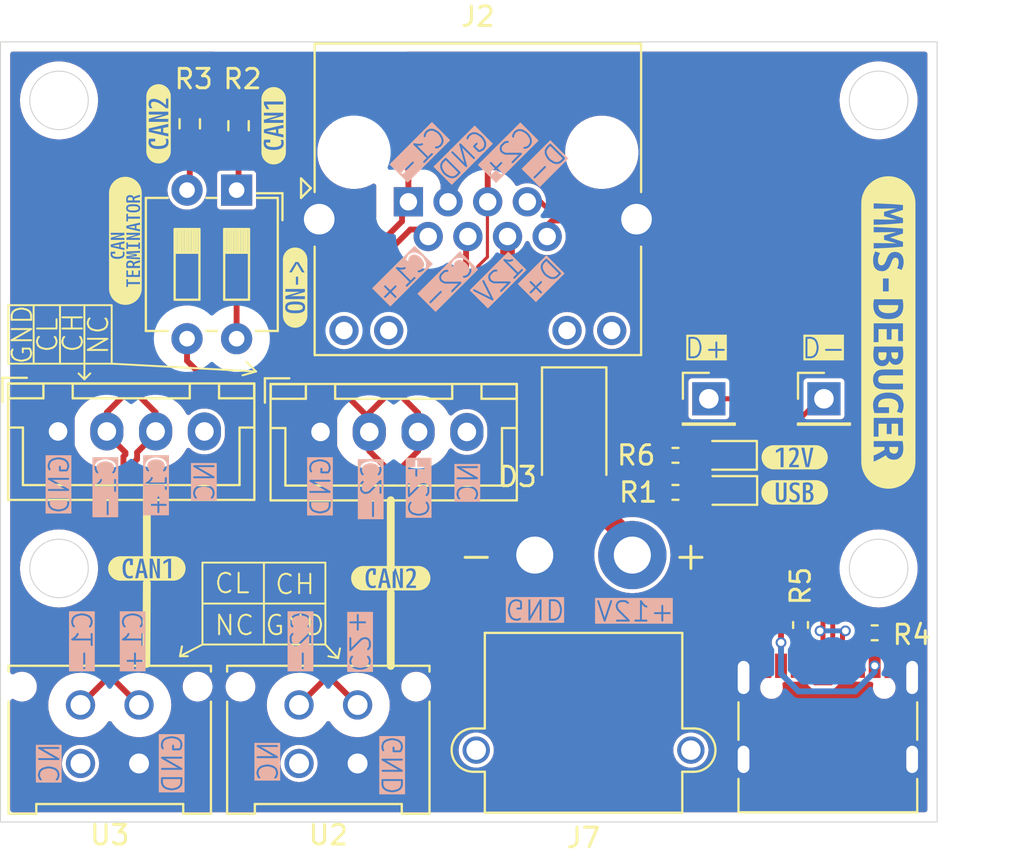
<source format=kicad_pcb>
(kicad_pcb (version 20240108) (generator "pcbnew") (generator_version "8.0")
  (layers (0 "F.Cu" signal) (31 "B.Cu" signal) (34 "B.Paste" user) (35 "F.Paste" user) (36 "B.SilkS" user "B.Silkscreen") (37 "F.SilkS" user "F.Silkscreen") (38 "B.Mask" user) (39 "F.Mask" user) (44 "Edge.Cuts" user))
  (net 0 "")
  (net 1 "GND")
  (net 2 "+12V")
  (net 3 "/CAN/USB_DOWNSTREAM_D+")
  (net 4 "/CAN/USB_DOWNSTREAM_D-")
  (net 9 "Net-(J5-CC2)")
  (net 10 "Net-(J5-CC1)")
  (net 14 "/CAN/CAN2-")
  (net 15 "/CAN/CAN2+")
  (net 16 "/CAN/CAN1-")
  (net 17 "/CAN/CAN1+")
  (net 21 "Net-(D1-A)")
  (net 22 "Net-(D2-A)")
  (net 23 "Net-(J5-VBUS-PadA4)")
  (net 24 "Net-(R2-Pad2)")
  (net 25 "Net-(R3-Pad2)")
  (net 26 "Net-(D3-A)")
  (footprint "kibuzzard-675D9C73" (layer "F.Cu") (at 137.62 66.790001 90)
    (property "Reference" "kibuzzard-675D9C73" (hide yes))
    (property "Value" "G***" (hide yes))
  )
  (footprint "Resistor_SMD:R_0603_1608Metric" (layer "F.Cu") (at 135.82 66.790001 -90)
    (property "Reference" "R2" (at -2.4 -0.2 180) (layer "F.SilkS"))
    (property "Value" "120R")
    (pad "1" smd roundrect (at -0.825 0 270) (size 0.8 0.95) (layers "F.Cu" "F.Paste" "F.Mask") (net 16 "/CAN/CAN1-"))
    (pad "2" smd roundrect (at 0.825 0 270) (size 0.8 0.95) (layers "F.Cu" "F.Paste" "F.Mask") (net 24 "Net-(R2-Pad2)"))
  )
  (footprint "kibuzzard-67840A5C" (layer "F.Cu") (at 164.32 83.790001)
    (property "Reference" "kibuzzard-67840A5C" (hide yes))
    (property "Value" "G***" (hide yes))
  )
  (footprint "Diode_SMD:D_0603_1608Metric" (layer "F.Cu") (at 160.910001 85.490001 180)
    (property "Reference" "D1" (hide yes))
    (property "Value" "LV_PWR")
    (pad "1" smd roundrect (at -0.787501 0 180) (size 0.875 0.95) (layers "F.Cu" "F.Paste" "F.Mask") (net 1 "GND"))
    (pad "2" smd roundrect (at 0.787501 0 180) (size 0.875 0.95) (layers "F.Cu" "F.Paste" "F.Mask") (net 21 "Net-(D1-A)"))
  )
  (footprint "Resistor_SMD:R_0402_1005Metric" (layer "F.Cu") (at 158.210001 85.590001)
    (property "Reference" "R1" (at -1.912499 0 0) (layer "F.SilkS"))
    (property "Value" "220")
    (pad "1" smd roundrect (at -0.51 0) (size 0.54 0.64) (layers "F.Cu" "F.Paste" "F.Mask") (net 23 "Net-(J5-VBUS-PadA4)"))
    (pad "2" smd roundrect (at 0.51 0) (size 0.54 0.64) (layers "F.Cu" "F.Paste" "F.Mask") (net 21 "Net-(D1-A)"))
  )
  (footprint "kibuzzard-67840A66" (layer "F.Cu") (at 164.32 85.590001)
    (property "Reference" "kibuzzard-67840A66" (hide yes))
    (property "Value" "G***" (hide yes))
  )
  (footprint "Diode_SMD:D_SMA" (layer "F.Cu") (at 153.02 82.690001 -90)
    (property "Reference" "D3" (at 2.1 2.9 0) (layer "F.SilkS"))
    (property "Value" "ss34")
    (pad "1" smd roundrect (at -2.000001 0 270) (size 2.5 1.8) (layers "F.Cu" "F.Paste" "F.Mask") (roundrect_rratio 0.1388888889) (net 2 "+12V"))
    (pad "2" smd roundrect (at 2.000001 0 270) (size 2.5 1.8) (layers "F.Cu" "F.Paste" "F.Mask") (roundrect_rratio 0.1388888889) (net 26 "Net-(D3-A)"))
  )
  (footprint "kibuzzard-67840BAA" (layer "F.Cu") (at 169.12 77.390001 -90)
    (property "Reference" "kibuzzard-67840BAA" (hide yes))
    (property "Value" "G***" (hide yes))
  )
  (footprint "Connector_Molex:Molex_Micro-Fit_3.0_43045-0412_2x02_P3.00mm_Vertical" (layer "F.Cu") (at 141.92 99.490001 180)
    (property "Reference" "U2" (at 1.5 -3.67 0) (layer "F.SilkS"))
    (property "Value" "CAN")
    (pad "" np_thru_hole circle (at -3 3.94 180) (size 1.02 1.02) (drill 1.02) (layers "*.Cu" "*.Mask"))
    (pad "" np_thru_hole circle (at 6 3.94 180) (size 1.02 1.02) (drill 1.02) (layers "*.Cu" "*.Mask"))
    (pad "1" thru_hole roundrect (at 0 0 180) (size 1.5 1.5) (drill 1.02) (layers "*.Cu" "*.Mask") (roundrect_rratio 0.166667) (net 1 "GND"))
    (pad "2" thru_hole circle (at 3 0 180) (size 1.5 1.5) (drill 1.02) (layers "*.Cu" "*.Mask"))
    (pad "3" thru_hole circle (at 0 3 180) (size 1.5 1.5) (drill 1.02) (layers "*.Cu" "*.Mask") (net 15 "/CAN/CAN2+"))
    (pad "4" thru_hole circle (at 3 3 180) (size 1.5 1.5) (drill 1.02) (layers "*.Cu" "*.Mask") (net 14 "/CAN/CAN2-"))
  )
  (footprint "kibuzzard-675D9CCD" (layer "F.Cu") (at 138.72 75.090001 90)
    (property "Reference" "kibuzzard-675D9CCD" (hide yes))
    (property "Value" "G***" (hide yes))
  )
  (footprint "Resistor_SMD:R_0402_1005Metric" (layer "F.Cu") (at 164.62 92.390001 -90)
    (property "Reference" "R5" (at -2.000001 0 90) (layer "F.SilkS"))
    (property "Value" "4k7")
    (pad "1" smd roundrect (at -0.509999 0 270) (size 0.54 0.64) (layers "F.Cu" "F.Paste" "F.Mask") (net 1 "GND"))
    (pad "2" smd roundrect (at 0.509999 0 270) (size 0.54 0.64) (layers "F.Cu" "F.Paste" "F.Mask") (net 10 "Net-(J5-CC1)"))
  )
  (footprint "Resistor_SMD:R_0603_1608Metric" (layer "F.Cu") (at 133.32 66.690001 -90)
    (property "Reference" "R3" (at -2.3 -0.2 180) (layer "F.SilkS"))
    (property "Value" "120R")
    (pad "1" smd roundrect (at -0.825 0 270) (size 0.8 0.95) (layers "F.Cu" "F.Paste" "F.Mask") (net 15 "/CAN/CAN2+"))
    (pad "2" smd roundrect (at 0.825 0 270) (size 0.8 0.95) (layers "F.Cu" "F.Paste" "F.Mask") (net 25 "Net-(R3-Pad2)"))
  )
  (footprint "kibuzzard-675D9C7D" (layer "F.Cu") (at 131.72 66.690001 90)
    (property "Reference" "kibuzzard-675D9C7D" (hide yes))
    (property "Value" "G***" (hide yes))
  )
  (footprint "Connector_USB:USB_C_Receptacle_G-Switch_GT-USB-7010ASV" (layer "F.Cu") (at 166.02 98.205001)
    (property "Reference" "J5" (hide yes))
    (property "Value" "USB_C_Receptacle_USB2.0")
    (pad "" np_thru_hole circle (at -2.89 -2.605) (size 0.65 0.65) (drill 0.65) (layers "*.Cu" "*.Mask"))
    (pad "" np_thru_hole circle (at 2.89 -2.605) (size 0.65 0.65) (drill 0.65) (layers "*.Cu" "*.Mask"))
    (pad "A1" smd rect (at -3.2 -3.725) (size 0.6 1.24) (layers "F.Cu" "F.Paste" "F.Mask") (net 1 "GND"))
    (pad "A4" smd rect (at -2.4 -3.725) (size 0.6 1.24) (layers "F.Cu" "F.Paste" "F.Mask") (net 23 "Net-(J5-VBUS-PadA4)"))
    (pad "A5" smd rect (at -1.25 -3.725) (size 0.3 1.24) (layers "F.Cu" "F.Paste" "F.Mask") (net 10 "Net-(J5-CC1)"))
    (pad "A6" smd rect (at -0.25 -3.725) (size 0.3 1.24) (layers "F.Cu" "F.Paste" "F.Mask") (net 3 "/CAN/USB_DOWNSTREAM_D+"))
    (pad "A7" smd rect (at 0.25 -3.725) (size 0.3 1.24) (layers "F.Cu" "F.Paste" "F.Mask") (net 4 "/CAN/USB_DOWNSTREAM_D-"))
    (pad "A8" smd rect (at 1.25 -3.725) (size 0.3 1.24) (layers "F.Cu" "F.Paste" "F.Mask"))
    (pad "A9" smd rect (at 2.4 -3.725) (size 0.6 1.24) (layers "F.Cu" "F.Paste" "F.Mask") (net 23 "Net-(J5-VBUS-PadA4)"))
    (pad "A12" smd rect (at 3.2 -3.725) (size 0.6 1.24) (layers "F.Cu" "F.Paste" "F.Mask") (net 1 "GND"))
    (pad "B1" smd rect (at 3.2 -3.725) (size 0.6 1.24) (layers "F.Cu" "F.Paste" "F.Mask") (net 1 "GND"))
    (pad "B4" smd rect (at 2.4 -3.725) (size 0.6 1.24) (layers "F.Cu" "F.Paste" "F.Mask") (net 23 "Net-(J5-VBUS-PadA4)"))
    (pad "B5" smd rect (at 1.75 -3.725) (size 0.3 1.24) (layers "F.Cu" "F.Paste" "F.Mask") (net 9 "Net-(J5-CC2)"))
    (pad "B6" smd rect (at 0.75 -3.725) (size 0.3 1.24) (layers "F.Cu" "F.Paste" "F.Mask") (net 3 "/CAN/USB_DOWNSTREAM_D+"))
    (pad "B7" smd rect (at -0.75 -3.725) (size 0.3 1.24) (layers "F.Cu" "F.Paste" "F.Mask") (net 4 "/CAN/USB_DOWNSTREAM_D-"))
    (pad "B8" smd rect (at -1.75 -3.725) (size 0.3 1.24) (layers "F.Cu" "F.Paste" "F.Mask"))
    (pad "B9" smd rect (at -2.4 -3.725) (size 0.6 1.24) (layers "F.Cu" "F.Paste" "F.Mask") (net 23 "Net-(J5-VBUS-PadA4)"))
    (pad "B12" smd rect (at -3.2 -3.725) (size 0.6 1.24) (layers "F.Cu" "F.Paste" "F.Mask") (net 1 "GND"))
    (pad "S1" thru_hole oval (at -4.32 -3.125) (size 1 2.1) (drill oval 0.6 1.7) (layers "*.Cu" "*.Mask") (net 1 "GND"))
    (pad "S1" thru_hole oval (at -4.32 1.075) (size 1 1.8) (drill oval 0.6 1.4) (layers "*.Cu" "*.Mask") (net 1 "GND"))
    (pad "S1" thru_hole oval (at 4.32 -3.125) (size 1 2.1) (drill oval 0.6 1.7) (layers "*.Cu" "*.Mask") (net 1 "GND"))
    (pad "S1" thru_hole oval (at 4.32 1.075) (size 1 1.8) (drill oval 0.6 1.4) (layers "*.Cu" "*.Mask") (net 1 "GND"))
  )
  (footprint "Diode_SMD:D_0603_1608Metric" (layer "F.Cu") (at 160.897502 83.690001 180)
    (property "Reference" "D2" (hide yes))
    (property "Value" "LV_PWR")
    (pad "1" smd roundrect (at -0.787501 0 180) (size 0.875 0.95) (layers "F.Cu" "F.Paste" "F.Mask") (net 1 "GND"))
    (pad "2" smd roundrect (at 0.787501 0 180) (size 0.875 0.95) (layers "F.Cu" "F.Paste" "F.Mask") (net 22 "Net-(D2-A)"))
  )
  (footprint "kibuzzard-675D9C7D" (layer "F.Cu") (at 143.62 89.990001)
    (property "Reference" "kibuzzard-675D9C7D" (hide yes))
    (property "Value" "G***" (hide yes))
  )
  (footprint "Resistor_SMD:R_0402_1005Metric" (layer "F.Cu") (at 168.42 92.790001 180)
    (property "Reference" "R4" (at -1.9 -0.1 0) (layer "F.SilkS"))
    (property "Value" "4k7")
    (pad "1" smd roundrect (at -0.509999 0 180) (size 0.54 0.64) (layers "F.Cu" "F.Paste" "F.Mask") (net 1 "GND"))
    (pad "2" smd roundrect (at 0.509999 0 180) (size 0.54 0.64) (layers "F.Cu" "F.Paste" "F.Mask") (net 9 "Net-(J5-CC2)"))
  )
  (footprint "Connector_JST:JST_XH_B4B-XH-A_1x04_P2.50mm_Vertical" (layer "F.Cu") (at 140.02 82.490001)
    (property "Reference" "J3" (hide yes))
    (property "Value" "Conn_01x04")
    (pad "1" thru_hole roundrect (at 0 0) (size 1.7 1.95) (drill 0.95) (layers "*.Cu" "*.Mask") (roundrect_rratio 0.147059) (net 1 "GND"))
    (pad "2" thru_hole oval (at 2.5 0) (size 1.7 1.95) (drill 0.95) (layers "*.Cu" "*.Mask") (net 14 "/CAN/CAN2-"))
    (pad "3" thru_hole oval (at 5 0) (size 1.7 1.95) (drill 0.95) (layers "*.Cu" "*.Mask") (net 15 "/CAN/CAN2+"))
    (pad "4" thru_hole oval (at 7.5 0) (size 1.7 1.95) (drill 0.95) (layers "*.Cu" "*.Mask"))
  )
  (footprint "Connector_PinHeader_2.54mm:PinHeader_1x01_P2.54mm_Vertical" (layer "F.Cu") (at 165.82 80.790001)
    (property "Reference" "J4" (hide yes))
    (property "Value" "Conn_01x01_Pin")
    (pad "1" thru_hole rect (at 0 0) (size 1.7 1.7) (drill 1) (layers "*.Cu" "*.Mask") (net 4 "/CAN/USB_DOWNSTREAM_D-"))
  )
  (footprint "Connector_Molex:Molex_Micro-Fit_3.0_43045-0412_2x02_P3.00mm_Vertical" (layer "F.Cu") (at 130.72 99.490001 180)
    (property "Reference" "U3" (at 1.5 -3.67 0) (layer "F.SilkS"))
    (property "Value" "CAN")
    (pad "" np_thru_hole circle (at -3 3.94 180) (size 1.02 1.02) (drill 1.02) (layers "*.Cu" "*.Mask"))
    (pad "" np_thru_hole circle (at 6 3.94 180) (size 1.02 1.02) (drill 1.02) (layers "*.Cu" "*.Mask"))
    (pad "1" thru_hole roundrect (at 0 0 180) (size 1.5 1.5) (drill 1.02) (layers "*.Cu" "*.Mask") (roundrect_rratio 0.166667) (net 1 "GND"))
    (pad "2" thru_hole circle (at 3 0 180) (size 1.5 1.5) (drill 1.02) (layers "*.Cu" "*.Mask"))
    (pad "3" thru_hole circle (at 0 3 180) (size 1.5 1.5) (drill 1.02) (layers "*.Cu" "*.Mask") (net 17 "/CAN/CAN1+"))
    (pad "4" thru_hole circle (at 3 3 180) (size 1.5 1.5) (drill 1.02) (layers "*.Cu" "*.Mask") (net 16 "/CAN/CAN1-"))
  )
  (footprint "Resistor_SMD:R_0402_1005Metric" (layer "F.Cu") (at 158.210001 83.690001 180)
    (property "Reference" "R6" (at 2.012499 0 0) (layer "F.SilkS"))
    (property "Value" "1k")
    (pad "1" smd roundrect (at -0.509999 0 180) (size 0.54 0.64) (layers "F.Cu" "F.Paste" "F.Mask") (net 22 "Net-(D2-A)"))
    (pad "2" smd roundrect (at 0.509999 0 180) (size 0.54 0.64) (layers "F.Cu" "F.Paste" "F.Mask") (net 2 "+12V"))
  )
  (footprint "kibuzzard-675D9C73" (layer "F.Cu") (at 131.12 89.490001)
    (property "Reference" "kibuzzard-675D9C73" (hide yes))
    (property "Value" "G***" (hide yes))
  )
  (footprint "Button_Switch_THT:SW_DIP_SPSTx02_Slide_6.7x6.64mm_W7.62mm_P2.54mm_LowProfile" (layer "F.Cu") (at 135.72 70.090001 -90)
    (property "Reference" "SW1" (hide yes))
    (property "Value" "SW_DIP_x02")
    (pad "1" thru_hole rect (at 0 0 270) (size 1.6 1.6) (drill 0.8) (layers "*.Cu" "*.Mask") (net 24 "Net-(R2-Pad2)"))
    (pad "2" thru_hole oval (at 0 2.54 270) (size 1.6 1.6) (drill 0.8) (layers "*.Cu" "*.Mask") (net 25 "Net-(R3-Pad2)"))
    (pad "3" thru_hole oval (at 7.62 2.54 270) (size 1.6 1.6) (drill 0.8) (layers "*.Cu" "*.Mask") (net 14 "/CAN/CAN2-"))
    (pad "4" thru_hole oval (at 7.62 0 270) (size 1.6 1.6) (drill 0.8) (layers "*.Cu" "*.Mask") (net 17 "/CAN/CAN1+"))
  )
  (footprint "Connector_JST:JST_XH_B4B-XH-A_1x04_P2.50mm_Vertical" (layer "F.Cu") (at 126.57 82.465001)
    (property "Reference" "J1" (hide yes))
    (property "Value" "Conn_01x04")
    (pad "1" thru_hole roundrect (at 0 0) (size 1.7 1.95) (drill 0.95) (layers "*.Cu" "*.Mask") (roundrect_rratio 0.147059) (net 1 "GND"))
    (pad "2" thru_hole oval (at 2.5 0) (size 1.7 1.95) (drill 0.95) (layers "*.Cu" "*.Mask") (net 16 "/CAN/CAN1-"))
    (pad "3" thru_hole oval (at 5 0) (size 1.7 1.95) (drill 0.95) (layers "*.Cu" "*.Mask") (net 17 "/CAN/CAN1+"))
    (pad "4" thru_hole oval (at 7.5 0) (size 1.7 1.95) (drill 0.95) (layers "*.Cu" "*.Mask"))
  )
  (footprint "Connector_AMASS:AMASS_XT30PW-M_1x02_P2.50mm_Horizontal" (layer "F.Cu") (at 151 88.805001 180)
    (property "Reference" "J7" (at -2.5 -14.5 0) (layer "F.SilkS"))
    (property "Value" "Conn_01x02")
    (fp_text user "+" (at -8 0 0) (layer "F.SilkS") (effects (font (size 1.5 1.5))))
    (fp_text user "-" (at 3 0 0) (layer "F.SilkS") (effects (font (size 1.5 1.5))))
    (pad "" thru_hole circle (at -8 -10 180) (size 1.4 1.4) (drill 1) (layers "*.Cu" "*.Mask"))
    (pad "" thru_hole circle (at 3 -10 180) (size 1.4 1.4) (drill 1) (layers "*.Cu" "*.Mask"))
    (pad "1" thru_hole roundrect (at 0 0 180) (size 3.5 3.5) (drill 1.9) (layers "*.Cu" "*.Mask") (roundrect_rratio 0.22) (net 1 "GND"))
    (pad "2" thru_hole circle (at -5 0 180) (size 3.5 3.5) (drill 1.9) (layers "*.Cu" "*.Mask") (net 26 "Net-(D3-A)"))
  )
  (footprint "Connector_RJ:RJ45_Amphenol_RJHSE538X" (layer "F.Cu") (at 144.524 70.690001)
    (property "Reference" "J2" (at 3.560001 -9.5 0) (layer "F.SilkS"))
    (property "Value" "RJ45_LED_Shielded")
    (pad "" np_thru_hole circle (at -2.79 -2.54) (size 3.25 3.25) (drill 3.25) (layers "*.Cu" "*.Mask"))
    (pad "" np_thru_hole circle (at 9.91 -2.54) (size 3.25 3.25) (drill 3.25) (layers "*.Cu" "*.Mask"))
    (pad "1" thru_hole rect (at 0 0) (size 1.5 1.5) (drill 0.89) (layers "*.Cu" "*.Mask") (net 16 "/CAN/CAN1-"))
    (pad "2" thru_hole circle (at 1.016 1.780001) (size 1.5 1.5) (drill 0.89) (layers "*.Cu" "*.Mask") (net 17 "/CAN/CAN1+"))
    (pad "3" thru_hole circle (at 2.032 0) (size 1.5 1.5) (drill 0.89) (layers "*.Cu" "*.Mask") (net 1 "GND"))
    (pad "4" thru_hole circle (at 3.048 1.780001) (size 1.5 1.5) (drill 0.89) (layers "*.Cu" "*.Mask") (net 14 "/CAN/CAN2-"))
    (pad "5" thru_hole circle (at 4.064 0) (size 1.5 1.5) (drill 0.89) (layers "*.Cu" "*.Mask") (net 15 "/CAN/CAN2+"))
    (pad "6" thru_hole circle (at 5.08 1.780001) (size 1.5 1.5) (drill 0.89) (layers "*.Cu" "*.Mask") (net 2 "+12V"))
    (pad "7" thru_hole circle (at 6.096 0) (size 1.5 1.5) (drill 0.89) (layers "*.Cu" "*.Mask") (net 4 "/CAN/USB_DOWNSTREAM_D-"))
    (pad "8" thru_hole circle (at 7.111999 1.78) (size 1.5 1.5) (drill 0.89) (layers "*.Cu" "*.Mask") (net 3 "/CAN/USB_DOWNSTREAM_D+"))
    (pad "9" thru_hole circle (at -3.3 6.6) (size 1.5 1.5) (drill 0.89) (layers "*.Cu" "*.Mask"))
    (pad "10" thru_hole circle (at -1.01 6.6) (size 1.5 1.5) (drill 0.89) (layers "*.Cu" "*.Mask"))
    (pad "11" thru_hole circle (at 8.13 6.6) (size 1.5 1.5) (drill 0.89) (layers "*.Cu" "*.Mask"))
    (pad "12" thru_hole circle (at 10.42 6.6) (size 1.5 1.5) (drill 0.89) (layers "*.Cu" "*.Mask"))
    (pad "SH" thru_hole circle (at -4.57 0.89) (size 2.3 2.3) (drill 1.57) (layers "*.Cu" "*.Mask") (net 1 "GND"))
    (pad "SH" thru_hole circle (at 11.69 0.89) (size 2.3 2.3) (drill 1.57) (layers "*.Cu" "*.Mask") (net 1 "GND"))
  )
  (footprint "Connector_PinHeader_2.54mm:PinHeader_1x01_P2.54mm_Vertical" (layer "F.Cu") (at 159.92 80.790001)
    (property "Reference" "J6" (hide yes))
    (property "Value" "Conn_01x01_Pin")
    (pad "1" thru_hole rect (at 0 0) (size 1.7 1.7) (drill 1) (layers "*.Cu" "*.Mask") (net 3 "/CAN/USB_DOWNSTREAM_D+"))
  )
  (footprint "kibuzzard-6784102F" (layer "F.Cu") (at 130.02 72.690001 90)
    (property "Reference" "kibuzzard-6784102F" (hide yes))
    (property "Value" "G***" (hide yes))
  )
  (gr_line (start 136.72 79.390001) (end 136.22 78.890001) (stroke (width 0.1)) (layer "F.SilkS"))
  (gr_line (start 133.97 93.390001) (end 132.82 93.990001) (stroke (width 0.1)) (layer "F.SilkS"))
  (gr_line (start 133.97 91.290001) (end 140.27 91.290001) (stroke (width 0.1)) (layer "F.SilkS"))
  (gr_line (start 131.12 85.340001) (end 131.12 88.840001) (stroke (width 0.4)) (layer "F.SilkS"))
  (gr_line (start 129.32 78.990001) (end 136.72 79.390001) (stroke (width 0.1)) (layer "F.SilkS"))
  (gr_line (start 143.62 90.740001) (end 143.62 94.490001) (stroke (width 0.4)) (layer "F.SilkS"))
  (gr_line (start 140.92 94.090001) (end 140.42 93.990001) (stroke (width 0.1)) (layer "F.SilkS"))
  (gr_line (start 136.72 79.390001) (end 136.02 79.590001) (stroke (width 0.1)) (layer "F.SilkS"))
  (gr_line (start 140.27 93.390001) (end 140.92 94.090001) (stroke (width 0.1)) (layer "F.SilkS"))
  (gr_rect (start 124.02 75.990001) (end 129.32 78.990001) (stroke (width 0.1)) (fill none) (layer "F.SilkS"))
  (gr_line (start 132.82 93.990001) (end 132.92 93.490001) (stroke (width 0.1)) (layer "F.SilkS"))
  (gr_line (start 132.92 93.490001) (end 132.82 93.990001) (stroke (width 0.1)) (layer "F.SilkS"))
  (gr_line (start 127.92 78.990001) (end 127.92 79.790001) (stroke (width 0.1)) (layer "F.SilkS"))
  (gr_line (start 127.92 75.990001) (end 127.92 78.990001) (stroke (width 0.1)) (layer "F.SilkS"))
  (gr_line (start 127.92 79.790001) (end 127.62 79.490001) (stroke (width 0.1)) (layer "F.SilkS"))
  (gr_line (start 137.12 89.190001) (end 137.12 93.390001) (stroke (width 0.1)) (layer "F.SilkS"))
  (gr_rect (start 133.97 89.190001) (end 140.27 93.390001) (stroke (width 0.1)) (fill none) (layer "F.SilkS"))
  (gr_line (start 127.92 79.790001) (end 128.22 79.490001) (stroke (width 0.1)) (layer "F.SilkS"))
  (gr_line (start 132.82 93.990001) (end 133.22 93.990001) (stroke (width 0.1)) (layer "F.SilkS"))
  (gr_line (start 126.67 78.990001) (end 126.67 75.990001) (stroke (width 0.1)) (layer "F.SilkS"))
  (gr_line (start 125.32 75.990001) (end 125.32 78.990001) (stroke (width 0.1)) (layer "F.SilkS"))
  (gr_line (start 131.12 90.240001) (end 131.095 94.390001) (stroke (width 0.4)) (layer "F.SilkS"))
  (gr_line (start 141.02 93.590001) (end 140.92 94.090001) (stroke (width 0.1)) (layer "F.SilkS"))
  (gr_line (start 143.62 85.990001) (end 143.62 89.490001) (stroke (width 0.4)) (layer "F.SilkS"))
  (gr_circle (center 126.62 89.490001) (end 126.62 87.990001) (stroke (width 0.05)) (fill none) (layer "Edge.Cuts"))
  (gr_circle (center 168.62 89.490001) (end 168.62 87.990001) (stroke (width 0.05)) (fill none) (layer "Edge.Cuts"))
  (gr_rect (start 123.62 62.490001) (end 171.62 102.490001) (stroke (width 0.05)) (fill none) (layer "Edge.Cuts"))
  (gr_circle (center 168.62 65.490001) (end 170.12 65.490001) (stroke (width 0.05)) (fill none) (layer "Edge.Cuts"))
  (gr_circle (center 126.62 65.490001) (end 126.62 63.990001) (stroke (width 0.05)) (fill none) (layer "Edge.Cuts"))
  (gr_text "C1-\n" (at 128.42 91.590001 90) (layer "B.SilkS" knockout) (effects (font (size 1 1) (thickness 0.1)) (justify left bottom mirror)))
  (gr_text "GND\n" (at 144.32 97.990001 90) (layer "B.SilkS" knockout) (effects (font (size 1 1) (thickness 0.1)) (justify left bottom mirror)))
  (gr_text "C2+\n" (at 141.42 94.890001 -90) (layer "B.SilkS" knockout) (effects (font (size 1 1) (thickness 0.1)) (justify left bottom mirror)))
  (gr_text "GND\n" (at 133.02 97.890001 90) (layer "B.SilkS" knockout) (effects (font (size 1 1) (thickness 0.1)) (justify left bottom mirror)))
  (gr_text "NC" (at 137.92 98.290001 90) (layer "B.SilkS" knockout) (effects (font (size 1 1) (thickness 0.1)) (justify left bottom mirror)))
  (gr_text "C2-\n" (at 148.14 74.070001 45) (layer "B.SilkS" knockout) (effects (font (size 1 1) (thickness 0.1)) (justify left bottom mirror)))
  (gr_text "C1-\n" (at 129.62 83.690001 90) (layer "B.SilkS" knockout) (effects (font (size 1 1) (thickness 0.1)) (justify left bottom mirror)))
  (gr_text "NC" (at 134.67 83.940001 90) (layer "B.SilkS" knockout) (effects (font (size 1 1) (thickness 0.1)) (justify left bottom mirror)))
  (gr_text "C1-\n" (at 146.71 67.44 45) (layer "B.SilkS" knockout) (effects (font (size 1 1) (thickness 0.1)) (justify left bottom mirror)))
  (gr_text "12V" (at 150.62 74.090001 45) (layer "B.SilkS" knockout) (effects (font (size 1 1) (thickness 0.1)) (justify left bottom mirror)))
  (gr_text "NC" (at 126.72 98.390001 90) (layer "B.SilkS" knockout) (effects (font (size 1 1) (thickness 0.1)) (justify left bottom mirror)))
  (gr_text "GND\n" (at 140.62 83.690001 90) (layer "B.SilkS" knockout) (effects (font (size 1 1) (thickness 0.1)) (justify left bottom mirror)))
  (gr_text "C1+\n" (at 131.02 91.590001 90) (layer "B.SilkS" knockout) (effects (font (size 1 1) (thickness 0.1)) (justify left bottom mirror)))
  (gr_text "C1+\n" (at 145.82 73.790001 45) (layer "B.SilkS" knockout) (effects (font (size 1 1) (thickness 0.1)) (justify left bottom mirror)))
  (gr_text "C1+\n" (at 132.22 83.590001 90) (layer "B.SilkS" knockout) (effects (font (size 1 1) (thickness 0.1)) (justify left bottom mirror)))
  (gr_text "C2-\n" (at 139.62 91.590001 90) (layer "B.SilkS" knockout) (effects (font (size 1 1) (thickness 0.1)) (justify left bottom mirror)))
  (gr_text "C2+\n" (at 151.24 67.46 45) (layer "B.SilkS" knockout) (effects (font (size 1 1) (thickness 0.1)) (justify left bottom mirror)))
  (gr_text "D+" (at 152.606 74.24 45) (layer "B.SilkS" knockout) (effects (font (size 1 1) (thickness 0.1)) (justify left bottom mirror)))
  (gr_text "GND\n" (at 127.22 83.590001 90) (layer "B.SilkS" knockout) (effects (font (size 1 1) (thickness 0.1)) (justify left bottom mirror)))
  (gr_text "C2+\n" (at 144.42 86.990001 -90) (layer "B.SilkS" knockout) (effects (font (size 1 1) (thickness 0.1)) (justify left bottom mirror)))
  (gr_text "C2-\n" (at 143.22 83.790001 90) (layer "B.SilkS" knockout) (effects (font (size 1 1) (thickness 0.1)) (justify left bottom mirror)))
  (gr_text "GND" (at 149.42 90.990001 180) (layer "B.SilkS" knockout) (effects (font (size 1 1) (thickness 0.1)) (justify left bottom mirror)))
  (gr_text "GND\n" (at 148.9 67.62 45) (layer "B.SilkS" knockout) (effects (font (size 1 1) (thickness 0.1)) (justify left bottom mirror)))
  (gr_text "D-" (at 152.806 68.34 45) (layer "B.SilkS" knockout) (effects (font (size 1 1) (thickness 0.1)) (justify left bottom mirror)))
  (gr_text "NC" (at 148.17 83.990001 90) (layer "B.SilkS" knockout) (effects (font (size 1 1) (thickness 0.1)) (justify left bottom mirror)))
  (gr_text "+12V" (at 158.22 92.290001 0) (layer "B.SilkS" knockout) (effects (font (size 1 1) (thickness 0.1)) (justify left bottom mirror)))
  (gr_text "CH\n" (at 137.62 90.890001 0) (layer "F.SilkS") (effects (font (size 1 1) (thickness 0.1)) (justify left bottom)))
  (gr_text "GND\n" (at 137.12 92.990001 0) (layer "F.SilkS") (effects (font (size 1 1) (thickness 0.1)) (justify left bottom)))
  (gr_text "CL" (at 126.62 78.490001 90) (layer "F.SilkS") (effects (font (size 1 1) (thickness 0.1)) (justify left bottom)))
  (gr_text "GND\n" (at 125.32 79.090001 90) (layer "F.SilkS") (effects (font (size 1 1) (thickness 0.1)) (justify left bottom)))
  (gr_text "D+" (at 158.62 78.790001 0) (layer "F.SilkS" knockout) (effects (font (size 1 1) (thickness 0.1)) (justify left bottom)))
  (gr_text "CH\n" (at 127.92 78.490001 90) (layer "F.SilkS") (effects (font (size 1 1) (thickness 0.1)) (justify left bottom)))
  (gr_text "CL" (at 134.52 90.840001 0) (layer "F.SilkS") (effects (font (size 1 1) (thickness 0.1)) (justify left bottom)))
  (gr_text "NC" (at 129.22 78.590001 90) (layer "F.SilkS") (effects (font (size 1 1) (thickness 0.1)) (justify left bottom)))
  (gr_text "D-" (at 164.62 78.790001 0) (layer "F.SilkS" knockout) (effects (font (size 1 1) (thickness 0.1)) (justify left bottom)))
  (gr_text "NC" (at 134.52 92.990001 0) (layer "F.SilkS") (effects (font (size 1 1) (thickness 0.1)) (justify left bottom)))
  (segment (start 149.604 77.774001) (end 152.519999 80.69) (width 0.75) (layer "F.Cu") (net 2))
  (segment (start 153.02 80.69) (end 156.020001 83.690001) (width 0.75) (layer "F.Cu") (net 2))
  (segment (start 156.020001 83.690001) (end 157.700002 83.690001) (width 0.75) (layer "F.Cu") (net 2))
  (segment (start 152.519999 80.69) (end 153.02 80.69) (width 0.75) (layer "F.Cu") (net 2))
  (segment (start 149.604 72.470002) (end 149.604 77.774001) (width 0.75) (layer "F.Cu") (net 2))
  (segment (start 151.839 71.671001) (end 153.149177 71.671001) (width 0.254) (layer "F.Cu") (net 3))
  (segment (start 161.944089 80.465912) (end 165.77 84.291824) (width 0.254) (layer "F.Cu") (net 3))
  (segment (start 161.62 80.790001) (end 159.72 80.790001) (width 0.254) (layer "F.Cu") (net 3))
  (segment (start 151.635999 71.874002) (end 151.839 71.671001) (width 0.254) (layer "F.Cu") (net 3))
  (segment (start 165.77 84.291824) (end 165.77 94.480001) (width 0.254) (layer "F.Cu") (net 3))
  (segment (start 151.635999 72.470001) (end 151.635999 71.874002) (width 0.254) (layer "F.Cu") (net 3))
  (segment (start 166.92 92.690001) (end 166.77 92.840001) (width 0.254) (layer "F.Cu") (net 3))
  (segment (start 153.149177 71.671001) (end 161.944089 80.465912) (width 0.254) (layer "F.Cu") (net 3))
  (segment (start 166.77 92.840001) (end 166.77 94.480001) (width 0.254) (layer "F.Cu") (net 3))
  (segment (start 161.944089 80.465912) (end 161.62 80.790001) (width 0.254) (layer "F.Cu") (net 3))
  (via (at 165.62 92.690001) (size 0.55) (drill 0.35) (layers "F.Cu" "B.Cu") (net 3))
  (via (at 166.92 92.690001) (size 0.55) (drill 0.35) (layers "F.Cu" "B.Cu") (net 3))
  (segment (start 166.92 92.690001) (end 165.62 92.690001) (width 0.254) (layer "B.Cu") (net 3))
  (segment (start 165.27 95.258001) (end 165.366 95.354001) (width 0.254) (layer "F.Cu") (net 4))
  (segment (start 165.62 80.790001) (end 165.82 80.790001) (width 0.254) (layer "F.Cu") (net 4))
  (segment (start 165.366 95.354001) (end 166.174 95.354001) (width 0.254) (layer "F.Cu") (net 4))
  (segment (start 164.253792 82.156209) (end 166.27 84.172416) (width 0.254) (layer "F.Cu") (net 4))
  (segment (start 151.30083 70.690001) (end 151.80083 71.190001) (width 0.254) (layer "F.Cu") (net 4))
  (segment (start 151.80083 71.190001) (end 153.287585 71.190001) (width 0.254) (layer "F.Cu") (net 4))
  (segment (start 153.287585 71.190001) (end 164.253792 82.156209) (width 0.254) (layer "F.Cu") (net 4))
  (segment (start 166.27 84.172416) (end 166.27 94.480001) (width 0.254) (layer "F.Cu") (net 4))
  (segment (start 165.27 94.480001) (end 165.27 95.258001) (width 0.254) (layer "F.Cu") (net 4))
  (segment (start 165.82 80.790001) (end 165.92 80.890001) (width 0.254) (layer "F.Cu") (net 4))
  (segment (start 164.253792 82.156209) (end 165.62 80.790001) (width 0.254) (layer "F.Cu") (net 4))
  (segment (start 166.27 95.258001) (end 166.27 94.480001) (width 0.254) (layer "F.Cu") (net 4))
  (segment (start 150.62 70.690001) (end 151.30083 70.690001) (width 0.254) (layer "F.Cu") (net 4))
  (segment (start 166.174 95.354001) (end 166.27 95.258001) (width 0.254) (layer "F.Cu") (net 4))
  (segment (start 167.77 94.480001) (end 167.77 92.930002) (width 0.3) (layer "F.Cu") (net 9))
  (segment (start 167.77 92.930002) (end 167.910001 92.790001) (width 0.3) (layer "F.Cu") (net 9))
  (segment (start 164.77 93.05) (end 164.77 94.480001) (width 0.3) (layer "F.Cu") (net 10))
  (segment (start 164.62 92.9) (end 164.77 93.05) (width 0.3) (layer "F.Cu") (net 10))
  (segment (start 140.42 79.690001) (end 142.52 81.790001) (width 0.3) (layer "F.Cu") (net 14))
  (segment (start 133.18 77.710001) (end 133.18 78.841371) (width 0.3) (layer "F.Cu") (net 14))
  (segment (start 140.119999 95.290002) (end 140.119999 91.465736) (width 0.3) (layer "F.Cu") (net 14))
  (segment (start 142.52 83.465001) (end 142.52 82.490001) (width 0.3) (layer "F.Cu") (net 14))
  (segment (start 142.52 82.490001) (end 142.52 81.515001) (width 0.3) (layer "F.Cu") (net 14))
  (segment (start 143.47 84.610393) (end 143.47 84.415001) (width 0.3) (layer "F.Cu") (net 14))
  (segment (start 142.52 81.515001) (end 143.47 80.565001) (width 0.3) (layer "F.Cu") (net 14))
  (segment (start 143.47 80.565001) (end 143.47 80.215735) (width 0.3) (layer "F.Cu") (net 14))
  (segment (start 142.52 81.790001) (end 142.52 82.490001) (width 0.3) (layer "F.Cu") (net 14))
  (segment (start 147.479763 76.205972) (end 147.479763 72.562239) (width 0.3) (layer "F.Cu") (net 14))
  (segment (start 143.42 88.165735) (end 143.42 84.660393) (width 0.3) (layer "F.Cu") (net 14))
  (segment (start 134.02863 79.690001) (end 140.42 79.690001) (width 0.3) (layer "F.Cu") (net 14))
  (segment (start 143.47 84.415001) (end 142.52 83.465001) (width 0.3) (layer "F.Cu") (net 14))
  (segment (start 147.479763 72.562239) (end 147.572 72.470002) (width 0.3) (layer "F.Cu") (net 14))
  (segment (start 138.92 96.490001) (end 140.119999 95.290002) (width 0.3) (layer "F.Cu") (net 14))
  (segment (start 143.47 80.215735) (end 147.479763 76.205972) (width 0.3) (layer "F.Cu") (net 14))
  (segment (start 133.18 78.841371) (end 134.02863 79.690001) (width 0.3) (layer "F.Cu") (net 14))
  (segment (start 143.42 84.660393) (end 143.47 84.610393) (width 0.3) (layer "F.Cu") (net 14))
  (segment (start 140.119999 91.465736) (end 143.42 88.165735) (width 0.3) (layer "F.Cu") (net 14))
  (segment (start 144.02 88.414267) (end 144.02 84.890001) (width 0.3) (layer "F.Cu") (net 15))
  (segment (start 144.07 80.565001) (end 144.07 80.464267) (width 0.3) (layer "F.Cu") (net 15))
  (segment (start 148.588 70.690001) (end 148.574 70.704001) (width 0.16) (layer "F.Cu") (net 15))
  (segment (start 144.02 64.190001) (end 148.588 68.758001) (width 0.3) (layer "F.Cu") (net 15))
  (segment (start 145.02 83.465001) (end 145.02 82.490001) (width 0.3) (layer "F.Cu") (net 15))
  (segment (start 148.079763 76.454504) (end 148.079763 74.190001) (width 0.3) (layer "F.Cu") (net 15))
  (segment (start 145.02 81.515001) (end 144.07 80.565001) (width 0.3) (layer "F.Cu") (net 15))
  (segment (start 144.07 84.415001) (end 145.02 83.465001) (width 0.3) (layer "F.Cu") (net 15))
  (segment (start 144.07 80.464267) (end 148.079763 76.454504) (width 0.3) (layer "F.Cu") (net 15))
  (segment (start 140.720001 95.290002) (end 140.720001 91.714266) (width 0.3) (layer "F.Cu") (net 15))
  (segment (start 141.92 96.490001) (end 140.720001 95.290002) (width 0.3) (layer "F.Cu") (net 15))
  (segment (start 140.720001 91.714266) (end 144.02 88.414267) (width 0.3) (layer "F.Cu") (net 15))
  (segment (start 144.07 84.840001) (end 144.07 84.415001) (width 0.3) (layer "F.Cu") (net 15))
  (segment (start 133.32 65.865001) (end 134.995 64.190001) (width 0.3) (layer "F.Cu") (net 15))
  (segment (start 144.02 84.890001) (end 144.07 84.840001) (width 0.3) (layer "F.Cu") (net 15))
  (segment (start 148.574 70.704001) (end 148.574 73.515882) (width 0.16) (layer "F.Cu") (net 15))
  (segment (start 134.995 64.190001) (end 144.02 64.190001) (width 0.3) (layer "F.Cu") (net 15))
  (segment (start 148.079763 74.010119) (end 148.079763 74.190001) (width 0.16) (layer "F.Cu") (net 15))
  (segment (start 145.02 82.490001) (end 145.02 81.515001) (width 0.3) (layer "F.Cu") (net 15))
  (segment (start 148.588 68.758001) (end 148.588 70.690001) (width 0.3) (layer "F.Cu") (net 15))
  (segment (start 148.574 73.515882) (end 148.079763 74.010119) (width 0.16) (layer "F.Cu") (net 15))
  (segment (start 141.995734 73.890001) (end 144.197728 71.688007) (width 0.3) (layer "F.Cu") (net 16))
  (segment (start 129.07 82.465001) (end 129.07 81.490001) (width 0.3) (layer "F.Cu") (net 16))
  (segment (start 136.395 65.390001) (end 142.82 65.390001) (width 0.3) (layer "F.Cu") (net 16))
  (segment (start 132.62 73.890001) (end 141.995734 73.890001) (width 0.3) (layer "F.Cu") (net 16))
  (segment (start 129.07 82.590001) (end 129.07 82.465001) (width 0.3) (layer "F.Cu") (net 16))
  (segment (start 130.02 83.540001) (end 129.07 82.590001) (width 0.3) (layer "F.Cu") (net 16))
  (segment (start 130.02 80.540001) (end 130.02 76.490001) (width 0.3) (layer "F.Cu") (net 16))
  (segment (start 128.92 95.290001) (end 128.92 92.190001) (width 0.3) (layer "F.Cu") (net 16))
  (segment (start 129.92 83.750751) (end 130.02 83.650751) (width 0.3) (layer "F.Cu") (net 16))
  (segment (start 127.72 96.490001) (end 128.92 95.290001) (width 0.3) (layer "F.Cu") (net 16))
  (segment (start 144.524 67.094001) (end 144.524 70.690001) (width 0.3) (layer "F.Cu") (net 16))
  (segment (start 130.02 83.650751) (end 130.02 83.540001) (width 0.3) (layer "F.Cu") (net 16))
  (segment (start 129.92 91.190001) (end 129.92 83.750751) (width 0.3) (layer "F.Cu") (net 16))
  (segment (start 144.197728 71.688007) (end 144.197728 71.016273) (width 0.3) (layer "F.Cu") (net 16))
  (segment (start 129.07 81.490001) (end 130.02 80.540001) (width 0.3) (layer "F.Cu") (net 16))
  (segment (start 130.02 76.490001) (end 132.62 73.890001) (width 0.3) (layer "F.Cu") (net 16))
  (segment (start 142.82 65.390001) (end 144.524 67.094001) (width 0.3) (layer "F.Cu") (net 16))
  (segment (start 144.197728 71.016273) (end 144.524 70.690001) (width 0.3) (layer "F.Cu") (net 16))
  (segment (start 128.92 92.190001) (end 129.92 91.190001) (width 0.3) (layer "F.Cu") (net 16))
  (segment (start 135.82 65.965001) (end 136.395 65.390001) (width 0.3) (layer "F.Cu") (net 16))
  (segment (start 132.868528 74.490001) (end 135.72 74.490001) (width 0.3) (layer "F.Cu") (net 17))
  (segment (start 130.52 91.438529) (end 130.52 83.990001) (width 0.3) (layer "F.Cu") (net 17))
  (segment (start 129.52 95.290001) (end 129.52 92.438529) (width 0.3) (layer "F.Cu") (net 17))
  (segment (start 144.621994 72.112273) (end 145.182271 72.112273) (width 0.3) (layer "F.Cu") (net 17))
  (segment (start 145.182271 72.112273) (end 145.54 72.470002) (width 0.3) (layer "F.Cu") (net 17))
  (segment (start 130.52 83.990001) (end 130.62 83.890001) (width 0.3) (layer "F.Cu") (net 17))
  (segment (start 130.62 76.738529) (end 132.868528 74.490001) (width 0.3) (layer "F.Cu") (net 17))
  (segment (start 131.57 82.590001) (end 131.57 82.465001) (width 0.3) (layer "F.Cu") (net 17))
  (segment (start 135.72 77.710001) (end 135.72 74.490001) (width 0.3) (layer "F.Cu") (net 17))
  (segment (start 131.57 82.465001) (end 131.57 81.490001) (width 0.3) (layer "F.Cu") (net 17))
  (segment (start 142.244266 74.490001) (end 144.621994 72.112273) (width 0.3) (layer "F.Cu") (net 17))
  (segment (start 131.57 81.490001) (end 130.62 80.540001) (width 0.3) (layer "F.Cu") (net 17))
  (segment (start 130.62 83.540001) (end 131.57 82.590001) (width 0.3) (layer "F.Cu") (net 17))
  (segment (start 130.72 96.490001) (end 129.52 95.290001) (width 0.3) (layer "F.Cu") (net 17))
  (segment (start 135.72 74.490001) (end 142.244266 74.490001) (width 0.3) (layer "F.Cu") (net 17))
  (segment (start 130.62 83.890001) (end 130.62 83.540001) (width 0.3) (layer "F.Cu") (net 17))
  (segment (start 130.62 80.540001) (end 130.62 76.738529) (width 0.3) (layer "F.Cu") (net 17))
  (segment (start 129.52 92.438529) (end 130.52 91.438529) (width 0.3) (layer "F.Cu") (net 17))
  (segment (start 160.0225 85.590001) (end 160.1225 85.490001) (width 0.3) (layer "F.Cu") (net 21))
  (segment (start 158.720001 85.590001) (end 160.0225 85.590001) (width 0.3) (layer "F.Cu") (net 21))
  (segment (start 160.110001 83.690001) (end 158.72 83.690001) (width 0.3) (layer "F.Cu") (net 22))
  (segment (start 163.62 93.290001) (end 163.62 94.480001) (width 0.3) (layer "F.Cu") (net 23))
  (segment (start 168.395001 94.505) (end 168.42 94.480001) (width 0.3) (layer "F.Cu") (net 23))
  (segment (start 163.62 91.590001) (end 163.62 93.290001) (width 0.3) (layer "F.Cu") (net 23))
  (segment (start 157.700001 85.590001) (end 157.700001 85.670002) (width 0.3) (layer "F.Cu") (net 23))
  (segment (start 168.395001 94.918757) (end 168.395001 94.505) (width 0.3) (layer "F.Cu") (net 23))
  (segment (start 157.700001 85.670002) (end 163.62 91.590001) (width 0.3) (layer "F.Cu") (net 23))
  (via (at 168.42 94.480001) (size 0.55) (drill 0.35) (layers "F.Cu" "B.Cu") (net 23))
  (via (at 163.62 93.290001) (size 0.55) (drill 0.35) (layers "F.Cu" "B.Cu") (net 23))
  (segment (start 164.52 95.790001) (end 167.42 95.790001) (width 0.3) (layer "B.Cu") (net 23))
  (segment (start 163.62 93.290001) (end 163.62 94.890001) (width 0.3) (layer "B.Cu") (net 23))
  (segment (start 168.42 94.790001) (end 168.42 94.480001) (width 0.3) (layer "B.Cu") (net 23))
  (segment (start 167.42 95.790001) (end 168.42 94.790001) (width 0.3) (layer "B.Cu") (net 23))
  (segment (start 163.62 94.890001) (end 164.52 95.790001) (width 0.3) (layer "B.Cu") (net 23))
  (segment (start 135.82 67.615001) (end 135.82 69.990001) (width 0.3) (layer "F.Cu") (net 24))
  (segment (start 135.82 69.990001) (end 135.72 70.090001) (width 0.3) (layer "F.Cu") (net 24))
  (segment (start 133.32 67.515001) (end 133.32 69.950001) (width 0.3) (layer "F.Cu") (net 25))
  (segment (start 133.32 69.950001) (end 133.18 70.090001) (width 0.3) (layer "F.Cu") (net 25))
  (segment (start 156 88.170001) (end 156 88.805001) (width 1) (layer "F.Cu") (net 26))
  (segment (start 153.02 84.690002) (end 153.02 85.190001) (width 1) (layer "F.Cu") (net 26))
  (segment (start 153.02 85.190001) (end 156 88.170001) (width 1) (layer "F.Cu") (net 26))
  (zone (net 1) (net_name "GND") (layer "F.Cu") (connect_pads yes (clearance 0.2)) (min_thickness 0.25) (fill yes (thermal_gap 0.5) (thermal_bridge_width 0.5))
    (polygon (pts (xy 123.62 62.490001) (xy 171.62 62.490001) (xy 171.62 102.490001) (xy 123.62 102.490001)))
  )
  (zone (net 1) (net_name "GND") (layer "B.Cu") (priority 1) (connect_pads yes (clearance 0.2)) (min_thickness 0.25) (fill yes (thermal_gap 0.5) (thermal_bridge_width 0.5))
    (polygon (pts (xy 123.62 62.490001) (xy 171.62 62.490001) (xy 171.62 102.490001) (xy 123.64 102.460001)))
  )
)
</source>
